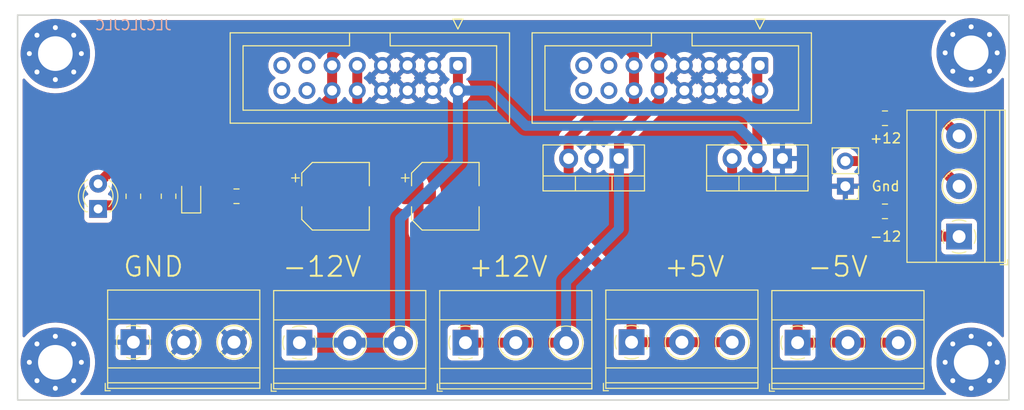
<source format=kicad_pcb>
(kicad_pcb (version 20211014) (generator pcbnew)
  (layers (0 "F.Cu" signal) (31 "B.Cu" signal) (34 "B.Paste" user) (35 "F.Paste" user) (36 "B.SilkS" user "B.Silkscreen") (37 "F.SilkS" user "F.Silkscreen") (38 "B.Mask" user) (39 "F.Mask" user) (44 "Edge.Cuts" user))
  (net 0 "")
  (net 1 "-12V")
  (net 2 "GND")
  (net 3 "+12V")
  (net 4 "+5V")
  (net 5 "Net-(D1-Pad1)")
  (net 6 "-5V")
  (net 7 "Net-(J1-Pad2)")
  (net 8 "Net-(D2-Pad1)")
  (footprint "MountingHole:MountingHole_3.5mm_Pad_Via" (layer "F.Cu") (at 56.896 65.864155)
    (fp_text reference "REF**" hide)
    (fp_text value "MountingHole_3.5mm_Pad_Via" hide)
    (pad "1" thru_hole circle locked (at 0 0) (size 7 7) (drill 3.5) (layers *.Cu *.Mask))
    (pad "1" thru_hole circle locked (at 1.856155 -1.856155) (size 0.8 0.8) (drill 0.5) (layers *.Cu *.Mask))
    (pad "1" thru_hole circle locked (at 1.856155 1.856155) (size 0.8 0.8) (drill 0.5) (layers *.Cu *.Mask))
    (pad "1" thru_hole circle locked (at 2.625 0) (size 0.8 0.8) (drill 0.5) (layers *.Cu *.Mask))
    (pad "1" thru_hole circle locked (at -1.856155 -1.856155) (size 0.8 0.8) (drill 0.5) (layers *.Cu *.Mask))
    (pad "1" thru_hole circle locked (at -1.856155 1.856155) (size 0.8 0.8) (drill 0.5) (layers *.Cu *.Mask))
    (pad "1" thru_hole circle locked (at -2.625 0) (size 0.8 0.8) (drill 0.5) (layers *.Cu *.Mask))
    (pad "1" thru_hole circle locked (at 0 2.625) (size 0.8 0.8) (drill 0.5) (layers *.Cu *.Mask))
    (pad "1" thru_hole circle locked (at 0 -2.625) (size 0.8 0.8) (drill 0.5) (layers *.Cu *.Mask))
  )
  (footprint "MountingHole:MountingHole_3.5mm_Pad_Via" (layer "F.Cu") (at 56.896 97.028)
    (fp_text reference "REF**" hide)
    (fp_text value "MountingHole_3.5mm_Pad_Via" hide)
    (pad "1" thru_hole circle locked (at 0 0) (size 7 7) (drill 3.5) (layers *.Cu *.Mask))
    (pad "1" thru_hole circle locked (at 1.856155 -1.856155) (size 0.8 0.8) (drill 0.5) (layers *.Cu *.Mask))
    (pad "1" thru_hole circle locked (at 1.856155 1.856155) (size 0.8 0.8) (drill 0.5) (layers *.Cu *.Mask))
    (pad "1" thru_hole circle locked (at 2.625 0) (size 0.8 0.8) (drill 0.5) (layers *.Cu *.Mask))
    (pad "1" thru_hole circle locked (at -1.856155 -1.856155) (size 0.8 0.8) (drill 0.5) (layers *.Cu *.Mask))
    (pad "1" thru_hole circle locked (at -1.856155 1.856155) (size 0.8 0.8) (drill 0.5) (layers *.Cu *.Mask))
    (pad "1" thru_hole circle locked (at -2.625 0) (size 0.8 0.8) (drill 0.5) (layers *.Cu *.Mask))
    (pad "1" thru_hole circle locked (at 0 2.625) (size 0.8 0.8) (drill 0.5) (layers *.Cu *.Mask))
    (pad "1" thru_hole circle locked (at 0 -2.625) (size 0.8 0.8) (drill 0.5) (layers *.Cu *.Mask))
  )
  (footprint "TerminalBlock_Phoenix:TerminalBlock_Phoenix_MKDS-1,5-3-5.08_1x03_P5.08mm_Horizontal" (layer "F.Cu") (at 131.831 95.047)
    (fp_text reference "J4" hide)
    (fp_text value "Screw_Terminal_01x04" hide)
    (fp_line (start 11.23 -1.275) (end 11.195 -1.239) (layer "F.SilkS") (width 0.12))
    (fp_line (start -2.84 4.16) (end -2.84 4.9) (layer "F.SilkS") (width 0.12))
    (fp_line (start -2.6 4.66) (end 12.76 4.66) (layer "F.SilkS") (width 0.12))
    (fp_line (start 8.933 1.023) (end 8.886 1.069) (layer "F.SilkS") (width 0.12))
    (fp_line (start -2.6 2.6) (end 12.76 2.6) (layer "F.SilkS") (width 0.12))
    (fp_line (start -2.6 -5.261) (end -2.6 4.66) (layer "F.SilkS") (width 0.12))
    (fp_line (start 6.15 -1.275) (end 6.115 -1.239) (layer "F.SilkS") (width 0.12))
    (fp_line (start 11.435 -1.069) (end 11.388 -1.023) (layer "F.SilkS") (width 0.12))
    (fp_line (start 9.126 1.239) (end 9.091 1.274) (layer "F.SilkS") (width 0.12))
    (fp_line (start 4.046 1.239) (end 4.011 1.274) (layer "F.SilkS") (width 0.12))
    (fp_line (start 3.853 1.023) (end 3.806 1.069) (layer "F.SilkS") (width 0.12))
    (fp_line (start -2.6 4.1) (end 12.76 4.1) (layer "F.SilkS") (width 0.12))
    (fp_line (start -2.84 4.9) (end -2.34 4.9) (layer "F.SilkS") (width 0.12))
    (fp_line (start -2.6 -2.301) (end 12.76 -2.301) (layer "F.SilkS") (width 0.12))
    (fp_line (start 6.355 -1.069) (end 6.308 -1.023) (layer "F.SilkS") (width 0.12))
    (fp_line (start 12.76 -5.261) (end 12.76 4.66) (layer "F.SilkS") (width 0.12))
    (fp_line (start -2.6 -5.261) (end 12.76 -5.261) (layer "F.SilkS") (width 0.12))
    (fp_arc (start 0.028805 1.680253) (mid -0.335551 1.646659) (end -0.684 1.535) (layer "F.SilkS") (width 0.12))
    (fp_arc (start -0.683042 -1.535427) (mid 0.000524 -1.680501) (end 0.684 -1.535) (layer "F.SilkS") (width 0.12))
    (fp_arc (start 0.683318 1.534756) (mid 0.349292 1.643288) (end 0 1.68) (layer "F.SilkS") (width 0.12))
    (fp_arc (start 1.535427 -0.683042) (mid 1.680501 0.000524) (end 1.535 0.684) (layer "F.SilkS") (width 0.12))
    (fp_arc (start -1.535427 0.683042) (mid -1.680501 -0.000524) (end -1.535 -0.684) (layer "F.SilkS") (width 0.12))
    (fp_circle (center 10.16 0) (end 11.84 0) (layer "F.SilkS") (width 0.12) (fill none))
    (fp_circle (center 5.08 0) (end 6.76 0) (layer "F.SilkS") (width 0.12) (fill none))
    (pad "1" thru_hole rect locked (at 0 0) (size 2.6 2.6) (drill 1.3) (layers *.Cu *.Mask) (net 6 "-5V"))
    (pad "2" thru_hole circle locked (at 5.08 0) (size 2.6 2.6) (drill 1.3) (layers *.Cu *.Mask) (net 6 "-5V"))
    (pad "3" thru_hole circle locked (at 10.16 0) (size 2.6 2.6) (drill 1.3) (layers *.Cu *.Mask) (net 6 "-5V"))
  )
  (footprint "Capacitor_SMD:C_0805_2012Metric" (layer "F.Cu") (at 75.184 80.264)
    (fp_text reference "C3" hide)
    (fp_text value "C" hide)
    (fp_line (start -0.261252 0.735) (end 0.261252 0.735) (layer "F.SilkS") (width 0.12))
    (fp_line (start -0.261252 -0.735) (end 0.261252 -0.735) (layer "F.SilkS") (width 0.12))
    (pad "1" smd roundrect locked (at -0.95 0) (size 1 1.45) (layers "F.Cu" "F.Paste" "F.Mask") (net 4 "+5V"))
    (pad "2" smd roundrect locked (at 0.95 0) (size 1 1.45) (layers "F.Cu" "F.Paste" "F.Mask") (net 2 "GND"))
  )
  (footprint "MountingHole:MountingHole_3.5mm_Pad_Via" (layer "F.Cu") (at 149.352 65.786)
    (fp_text reference "REF**" hide)
    (fp_text value "MountingHole_3.5mm_Pad_Via" hide)
    (pad "1" thru_hole circle locked (at 0 0) (size 7 7) (drill 3.5) (layers *.Cu *.Mask))
    (pad "1" thru_hole circle locked (at 1.856155 -1.856155) (size 0.8 0.8) (drill 0.5) (layers *.Cu *.Mask))
    (pad "1" thru_hole circle locked (at 1.856155 1.856155) (size 0.8 0.8) (drill 0.5) (layers *.Cu *.Mask))
    (pad "1" thru_hole circle locked (at 2.625 0) (size 0.8 0.8) (drill 0.5) (layers *.Cu *.Mask))
    (pad "1" thru_hole circle locked (at -1.856155 -1.856155) (size 0.8 0.8) (drill 0.5) (layers *.Cu *.Mask))
    (pad "1" thru_hole circle locked (at -1.856155 1.856155) (size 0.8 0.8) (drill 0.5) (layers *.Cu *.Mask))
    (pad "1" thru_hole circle locked (at -2.625 0) (size 0.8 0.8) (drill 0.5) (layers *.Cu *.Mask))
    (pad "1" thru_hole circle locked (at 0 2.625) (size 0.8 0.8) (drill 0.5) (layers *.Cu *.Mask))
    (pad "1" thru_hole circle locked (at 0 -2.625) (size 0.8 0.8) (drill 0.5) (layers *.Cu *.Mask))
  )
  (footprint "TerminalBlock_Phoenix:TerminalBlock_Phoenix_MKDS-1,5-3-5.08_1x03_P5.08mm_Horizontal" (layer "F.Cu") (at 98.298 95.047)
    (fp_text reference "J5" hide)
    (fp_text value "Screw_Terminal_01x04" hide)
    (fp_line (start 11.435 -1.069) (end 11.388 -1.023) (layer "F.SilkS") (width 0.12))
    (fp_line (start -2.6 4.66) (end 12.76 4.66) (layer "F.SilkS") (width 0.12))
    (fp_line (start 9.126 1.239) (end 9.091 1.274) (layer "F.SilkS") (width 0.12))
    (fp_line (start -2.84 4.16) (end -2.84 4.9) (layer "F.SilkS") (width 0.12))
    (fp_line (start -2.6 2.6) (end 12.76 2.6) (layer "F.SilkS") (width 0.12))
    (fp_line (start 12.76 -5.261) (end 12.76 4.66) (layer "F.SilkS") (width 0.12))
    (fp_line (start 4.046 1.239) (end 4.011 1.274) (layer "F.SilkS") (width 0.12))
    (fp_line (start -2.6 -5.261) (end 12.76 -5.261) (layer "F.SilkS") (width 0.12))
    (fp_line (start -2.84 4.9) (end -2.34 4.9) (layer "F.SilkS") (width 0.12))
    (fp_line (start 8.933 1.023) (end 8.886 1.069) (layer "F.SilkS") (width 0.12))
    (fp_line (start -2.6 -5.261) (end -2.6 4.66) (layer "F.SilkS") (width 0.12))
    (fp_line (start -2.6 -2.301) (end 12.76 -2.301) (layer "F.SilkS") (width 0.12))
    (fp_line (start 6.15 -1.275) (end 6.115 -1.239) (layer "F.SilkS") (width 0.12))
    (fp_line (start -2.6 4.1) (end 12.76 4.1) (layer "F.SilkS") (width 0.12))
    (fp_line (start 11.23 -1.275) (end 11.195 -1.239) (layer "F.SilkS") (width 0.12))
    (fp_line (start 3.853 1.023) (end 3.806 1.069) (layer "F.SilkS") (width 0.12))
    (fp_line (start 6.355 -1.069) (end 6.308 -1.023) (layer "F.SilkS") (width 0.12))
    (fp_arc (start -0.683042 -1.535427) (mid 0.000524 -1.680501) (end 0.684 -1.535) (layer "F.SilkS") (width 0.12))
    (fp_arc (start 0.683318 1.534756) (mid 0.349292 1.643288) (end 0 1.68) (layer "F.SilkS") (width 0.12))
    (fp_arc (start -1.535427 0.683042) (mid -1.680501 -0.000524) (end -1.535 -0.684) (layer "F.SilkS") (width 0.12))
    (fp_arc (start 0.028805 1.680253) (mid -0.335551 1.646659) (end -0.684 1.535) (layer "F.SilkS") (width 0.12))
    (fp_arc (start 1.535427 -0.683042) (mid 1.680501 0.000524) (end 1.535 0.684) (layer "F.SilkS") (width 0.12))
    (fp_circle (center 5.08 0) (end 6.76 0) (layer "F.SilkS") (width 0.12) (fill none))
    (fp_circle (center 10.16 0) (end 11.84 0) (layer "F.SilkS") (width 0.12) (fill none))
    (pad "1" thru_hole rect locked (at 0 0) (size 2.6 2.6) (drill 1.3) (layers *.Cu *.Mask) (net 3 "+12V"))
    (pad "2" thru_hole circle locked (at 5.08 0) (size 2.6 2.6) (drill 1.3) (layers *.Cu *.Mask) (net 3 "+12V"))
    (pad "3" thru_hole circle locked (at 10.16 0) (size 2.6 2.6) (drill 1.3) (layers *.Cu *.Mask) (net 3 "+12V"))
  )
  (footprint "TerminalBlock_Phoenix:TerminalBlock_Phoenix_MKDS-1,5-3-5.08_1x03_P5.08mm_Horizontal" (layer "F.Cu") (at 148.133 84.333 90)
    (fp_text reference "J1" hide)
    (fp_text value "Screw_Terminal_01x04" hide)
    (fp_line (start 6.355 -1.069) (end 6.308 -1.023) (layer "F.SilkS") (width 0.12))
    (fp_line (start 3.853 1.023) (end 3.806 1.069) (layer "F.SilkS") (width 0.12))
    (fp_line (start -2.6 -5.261) (end 12.76 -5.261) (layer "F.SilkS") (width 0.12))
    (fp_line (start -2.6 2.6) (end 12.76 2.6) (layer "F.SilkS") (width 0.12))
    (fp_line (start 4.046 1.239) (end 4.011 1.274) (layer "F.SilkS") (width 0.12))
    (fp_line (start -2.6 -5.261) (end -2.6 4.66) (layer "F.SilkS") (width 0.12))
    (fp_line (start -2.6 4.66) (end 12.76 4.66) (layer "F.SilkS") (width 0.12))
    (fp_line (start 12.76 -5.261) (end 12.76 4.66) (layer "F.SilkS") (width 0.12))
    (fp_line (start 6.15 -1.275) (end 6.115 -1.239) (layer "F.SilkS") (width 0.12))
    (fp_line (start 11.23 -1.275) (end 11.195 -1.239) (layer "F.SilkS") (width 0.12))
    (fp_line (start -2.84 4.16) (end -2.84 4.9) (layer "F.SilkS") (width 0.12))
    (fp_line (start 9.126 1.239) (end 9.091 1.274) (layer "F.SilkS") (width 0.12))
    (fp_line (start -2.84 4.9) (end -2.34 4.9) (layer "F.SilkS") (width 0.12))
    (fp_line (start -2.6 4.1) (end 12.76 4.1) (layer "F.SilkS") (width 0.12))
    (fp_line (start 8.933 1.023) (end 8.886 1.069) (layer "F.SilkS") (width 0.12))
    (fp_line (start 11.435 -1.069) (end 11.388 -1.023) (layer "F.SilkS") (width 0.12))
    (fp_line (start -2.6 -2.301) (end 12.76 -2.301) (layer "F.SilkS") (width 0.12))
    (fp_arc (start -0.683042 -1.535427) (mid 0.000524 -1.680501) (end 0.684 -1.535) (layer "F.SilkS") (width 0.12))
    (fp_arc (start 0.028805 1.680253) (mid -0.335551 1.646659) (end -0.684 1.535) (layer "F.SilkS") (width 0.12))
    (fp_arc (start 0.683318 1.534756) (mid 0.349292 1.643288) (end 0 1.68) (layer "F.SilkS") (width 0.12))
    (fp_arc (start -1.535427 0.683042) (mid -1.680501 -0.000524) (end -1.535 -0.684) (layer "F.SilkS") (width 0.12))
    (fp_arc (start 1.535427 -0.683042) (mid 1.680501 0.000524) (end 1.535 0.684) (layer "F.SilkS") (width 0.12))
    (fp_circle (center 5.08 0) (end 6.76 0) (layer "F.SilkS") (width 0.12) (fill none))
    (fp_circle (center 10.16 0) (end 11.84 0) (layer "F.SilkS") (width 0.12) (fill none))
    (pad "1" thru_hole rect locked (at 0 0 90) (size 2.6 2.6) (drill 1.3) (layers *.Cu *.Mask) (net 1 "-12V"))
    (pad "2" thru_hole circle locked (at 5.08 0 90) (size 2.6 2.6) (drill 1.3) (layers *.Cu *.Mask) (net 7 "Net-(J1-Pad2)"))
    (pad "3" thru_hole circle locked (at 10.16 0 90) (size 2.6 2.6) (drill 1.3) (layers *.Cu *.Mask) (net 3 "+12V"))
  )
  (footprint "Package_TO_SOT_THT:TO-220-3_Vertical" (layer "F.Cu") (at 130.302 76.454 180)
    (fp_text reference "U2" hide)
    (fp_text value "LM7905_TO220" hide)
    (fp_line (start 4.391 -3.27) (end 4.391 -1.76) (layer "F.SilkS") (width 0.12))
    (fp_line (start 0.69 -3.27) (end 0.69 -1.76) (layer "F.SilkS") (width 0.12))
    (fp_line (start -2.58 -3.27) (end 7.66 -3.27) (layer "F.SilkS") (width 0.12))
    (fp_line (start -2.58 1.371) (end 7.66 1.371) (layer "F.SilkS") (width 0.12))
    (fp_line (start 7.66 -3.27) (end 7.66 1.371) (layer "F.SilkS") (width 0.12))
    (fp_line (start -2.58 -3.27) (end -2.58 1.371) (layer "F.SilkS") (width 0.12))
    (fp_line (start -2.58 -1.76) (end 7.66 -1.76) (layer "F.SilkS") (width 0.12))
    (pad "1" thru_hole rect locked (at 0 0 180) (size 1.905 2) (drill 1.1) (layers *.Cu *.Mask) (net 2 "GND"))
    (pad "2" thru_hole oval locked (at 2.54 0 180) (size 1.905 2) (drill 1.1) (layers *.Cu *.Mask) (net 1 "-12V"))
    (pad "3" thru_hole oval locked (at 5.08 0 180) (size 1.905 2) (drill 1.1) (layers *.Cu *.Mask) (net 6 "-5V"))
  )
  (footprint "Resistor_SMD:R_0805_2012Metric" (layer "F.Cu") (at 68.326 80.264 90)
    (fp_text reference "R1" hide)
    (fp_text value "R_Small_US" hide)
    (fp_line (start -0.227064 -0.735) (end 0.227064 -0.735) (layer "F.SilkS") (width 0.12))
    (fp_line (start -0.227064 0.735) (end 0.227064 0.735) (layer "F.SilkS") (width 0.12))
    (pad "1" smd roundrect (at -0.9125 0 90) (size 1.025 1.4) (layers "F.Cu" "F.Paste" "F.Mask") (roundrect_rratio 0.243902439) (net 5 "Net-(D1-Pad1)"))
    (pad "2" smd roundrect (at 0.9125 0 90) (size 1.025 1.4) (layers "F.Cu" "F.Paste" "F.Mask") (roundrect_rratio 0.243902439) (net 2 "GND"))
  )
  (footprint "LED_SMD:LED_0805_2012Metric-Blue" (layer "F.Cu") (at 70.612 80.264 90)
    (fp_text reference "D1" hide)
    (fp_text value "LED" hide)
    (fp_line (start -1.685 0.96) (end 1 0.96) (layer "F.SilkS") (width 0.12))
    (fp_line (start -1.685 -0.96) (end -1.685 0.96) (layer "F.SilkS") (width 0.12))
    (fp_line (start 1 -0.96) (end -1.685 -0.96) (layer "F.SilkS") (width 0.12))
    (pad "1" smd roundrect (at -0.9375 0 90) (size 0.975 1.4) (layers "F.Cu" "F.Paste" "F.Mask") (net 5 "Net-(D1-Pad1)"))
    (pad "2" smd roundrect (at 0.9375 0 90) (size 0.975 1.4) (layers "F.Cu" "F.Paste" "F.Mask") (net 4 "+5V"))
  )
  (footprint "Package_TO_SOT_THT:TO-220-3_Vertical" (layer "F.Cu") (at 113.792 76.454 180)
    (fp_text reference "U1" hide)
    (fp_text value "LM7805_TO220" hide)
    (fp_line (start -2.58 -1.76) (end 7.66 -1.76) (layer "F.SilkS") (width 0.12))
    (fp_line (start 7.66 -3.27) (end 7.66 1.371) (layer "F.SilkS") (width 0.12))
    (fp_line (start -2.58 1.371) (end 7.66 1.371) (layer "F.SilkS") (width 0.12))
    (fp_line (start -2.58 -3.27) (end 7.66 -3.27) (layer "F.SilkS") (width 0.12))
    (fp_line (start 0.69 -3.27) (end 0.69 -1.76) (layer "F.SilkS") (width 0.12))
    (fp_line (start 4.391 -3.27) (end 4.391 -1.76) (layer "F.SilkS") (width 0.12))
    (fp_line (start -2.58 -3.27) (end -2.58 1.371) (layer "F.SilkS") (width 0.12))
    (pad "1" thru_hole rect locked (at 0 0 180) (size 1.905 2) (drill 1.1) (layers *.Cu *.Mask) (net 3 "+12V"))
    (pad "2" thru_hole oval locked (at 2.54 0 180) (size 1.905 2) (drill 1.1) (layers *.Cu *.Mask) (net 2 "GND"))
    (pad "3" thru_hole oval locked (at 5.08 0 180) (size 1.905 2) (drill 1.1) (layers *.Cu *.Mask) (net 4 "+5V"))
  )
  (footprint "TerminalBlock_Phoenix:TerminalBlock_Phoenix_MKDS-1,5-3-5.08_1x03_P5.08mm_Horizontal" (layer "F.Cu") (at 115.067 94.996)
    (fp_text reference "J3" hide)
    (fp_text value "Screw_Terminal_01x04" hide)
    (fp_line (start 12.76 -5.261) (end 12.76 4.66) (layer "F.SilkS") (width 0.12))
    (fp_line (start -2.6 -5.261) (end 12.76 -5.261) (layer "F.SilkS") (width 0.12))
    (fp_line (start 11.435 -1.069) (end 11.388 -1.023) (layer "F.SilkS") (width 0.12))
    (fp_line (start 6.355 -1.069) (end 6.308 -1.023) (layer "F.SilkS") (width 0.12))
    (fp_line (start 8.933 1.023) (end 8.886 1.069) (layer "F.SilkS") (width 0.12))
    (fp_line (start -2.6 4.66) (end 12.76 4.66) (layer "F.SilkS") (width 0.12))
    (fp_line (start -2.6 -5.261) (end -2.6 4.66) (layer "F.SilkS") (width 0.12))
    (fp_line (start 9.126 1.239) (end 9.091 1.274) (layer "F.SilkS") (width 0.12))
    (fp_line (start 11.23 -1.275) (end 11.195 -1.239) (layer "F.SilkS") (width 0.12))
    (fp_line (start -2.84 4.16) (end -2.84 4.9) (layer "F.SilkS") (width 0.12))
    (fp_line (start -2.6 2.6) (end 12.76 2.6) (layer "F.SilkS") (width 0.12))
    (fp_line (start 3.853 1.023) (end 3.806 1.069) (layer "F.SilkS") (width 0.12))
    (fp_line (start -2.6 -2.301) (end 12.76 -2.301) (layer "F.SilkS") (width 0.12))
    (fp_line (start -2.84 4.9) (end -2.34 4.9) (layer "F.SilkS") (width 0.12))
    (fp_line (start -2.6 4.1) (end 12.76 4.1) (layer "F.SilkS") (width 0.12))
    (fp_line (start 4.046 1.239) (end 4.011 1.274) (layer "F.SilkS") (width 0.12))
    (fp_line (start 6.15 -1.275) (end 6.115 -1.239) (layer "F.SilkS") (width 0.12))
    (fp_arc (start 0.683318 1.534756) (mid 0.349292 1.643288) (end 0 1.68) (layer "F.SilkS") (width 0.12))
    (fp_arc (start -0.683042 -1.535427) (mid 0.000524 -1.680501) (end 0.684 -1.535) (layer "F.SilkS") (width 0.12))
    (fp_arc (start -1.535427 0.683042) (mid -1.680501 -0.000524) (end -1.535 -0.684) (layer "F.SilkS") (width 0.12))
    (fp_arc (start 1.535427 -0.683042) (mid 1.680501 0.000524) (end 1.535 0.684) (layer "F.SilkS") (width 0.12))
    (fp_arc (start 0.028805 1.680253) (mid -0.335551 1.646659) (end -0.684 1.535) (layer "F.SilkS") (width 0.12))
    (fp_circle (center 10.16 0) (end 11.84 0) (layer "F.SilkS") (width 0.12) (fill none))
    (fp_circle (center 5.08 0) (end 6.76 0) (layer "F.SilkS") (width 0.12) (fill none))
    (pad "1" thru_hole rect locked (at 0 0) (size 2.6 2.6) (drill 1.3) (layers *.Cu *.Mask) (net 4 "+5V"))
    (pad "2" thru_hole circle locked (at 5.08 0) (size 2.6 2.6) (drill 1.3) (layers *.Cu *.Mask) (net 4 "+5V"))
    (pad "3" thru_hole circle locked (at 10.16 0) (size 2.6 2.6) (drill 1.3) (layers *.Cu *.Mask) (net 4 "+5V"))
  )
  (footprint "Resistor_SMD:R_0805_2012Metric" (layer "F.Cu") (at 64.77 80.269 90)
    (fp_text reference "R2" hide)
    (fp_text value "R_Small_US" hide)
    (fp_line (start -0.227064 0.735) (end 0.227064 0.735) (layer "F.SilkS") (width 0.12))
    (fp_line (start -0.227064 -0.735) (end 0.227064 -0.735) (layer "F.SilkS") (width 0.12))
    (pad "1" smd roundrect (at -0.9125 0 90) (size 1.025 1.4) (layers "F.Cu" "F.Paste" "F.Mask") (roundrect_rratio 0.243902439) (net 8 "Net-(D2-Pad1)"))
    (pad "2" smd roundrect (at 0.9125 0 90) (size 1.025 1.4) (layers "F.Cu" "F.Paste" "F.Mask") (roundrect_rratio 0.243902439) (net 2 "GND"))
  )
  (footprint "TerminalBlock_Phoenix:TerminalBlock_Phoenix_MKDS-1,5-3-5.08_1x03_P5.08mm_Horizontal" (layer "F.Cu") (at 64.775 94.996)
    (fp_text reference "J7" hide)
    (fp_text value "Screw_Terminal_01x04" hide)
    (fp_line (start 11.435 -1.069) (end 11.388 -1.023) (layer "F.SilkS") (width 0.12))
    (fp_line (start -2.6 2.6) (end 12.76 2.6) (layer "F.SilkS") (width 0.12))
    (fp_line (start 4.046 1.239) (end 4.011 1.274) (layer "F.SilkS") (width 0.12))
    (fp_line (start 9.126 1.239) (end 9.091 1.274) (layer "F.SilkS") (width 0.12))
    (fp_line (start -2.6 4.1) (end 12.76 4.1) (layer "F.SilkS") (width 0.12))
    (fp_line (start -2.6 4.66) (end 12.76 4.66) (layer "F.SilkS") (width 0.12))
    (fp_line (start 12.76 -5.261) (end 12.76 4.66) (layer "F.SilkS") (width 0.12))
    (fp_line (start 3.853 1.023) (end 3.806 1.069) (layer "F.SilkS") (width 0.12))
    (fp_line (start -2.84 4.16) (end -2.84 4.9) (layer "F.SilkS") (width 0.12))
    (fp_line (start -2.6 -5.261) (end 12.76 -5.261) (layer "F.SilkS") (width 0.12))
    (fp_line (start 8.933 1.023) (end 8.886 1.069) (layer "F.SilkS") (width 0.12))
    (fp_line (start -2.6 -5.261) (end -2.6 4.66) (layer "F.SilkS") (width 0.12))
    (fp_line (start 6.355 -1.069) (end 6.308 -1.023) (layer "F.SilkS") (width 0.12))
    (fp_line (start 11.23 -1.275) (end 11.195 -1.239) (layer "F.SilkS") (width 0.12))
    (fp_line (start -2.84 4.9) (end -2.34 4.9) (layer "F.SilkS") (width 0.12))
    (fp_line (start -2.6 -2.301) (end 12.76 -2.301) (layer "F.SilkS") (width 0.12))
    (fp_line (start 6.15 -1.275) (end 6.115 -1.239) (layer "F.SilkS") (width 0.12))
    (fp_arc (start 0.683318 1.534756) (mid 0.349292 1.643288) (end 0 1.68) (layer "F.SilkS") (width 0.12))
    (fp_arc (start -0.683042 -1.535427) (mid 0.000524 -1.680501) (end 0.684 -1.535) (layer "F.SilkS") (width 0.12))
    (fp_arc (start 0.028805 1.680253) (mid -0.335551 1.646659) (end -0.684 1.535) (layer "F.SilkS") (width 0.12))
    (fp_arc (start -1.535427 0.683042) (mid -1.680501 -0.000524) (end -1.535 -0.684) (layer "F.SilkS") (width 0.12))
    (fp_arc (start 1.535427 -0.683042) (mid 1.680501 0.000524) (end 1.535 0.684) (layer "F.SilkS") (width 0.12))
    (fp_circle (center 5.08 0) (end 6.76 0) (layer "F.SilkS") (width 0.12) (fill none))
    (fp_circle (center 10.16 0) (end 11.84 0) (layer "F.SilkS") (width 0.12) (fill none))
    (pad "1" thru_hole rect locked (at 0 0) (size 2.6 2.6) (drill 1.3) (layers *.Cu *.Mask) (net 2 "GND"))
    (pad "2" thru_hole circle locked (at 5.08 0) (size 2.6 2.6) (drill 1.3) (layers *.Cu *.Mask) (net 2 "GND"))
    (pad "3" thru_hole circle locked (at 10.16 0) (size 2.6 2.6) (drill 1.3) (layers *.Cu *.Mask) (net 2 "GND"))
  )
  (footprint "Capacitor_SMD:CP_Elec_6.3x7.7" (layer "F.Cu") (at 96.266 80.264)
    (fp_text reference "C4" hide)
    (fp_text value "C_Polarized_Small_US" hide)
    (fp_line (start 3.41 -3.41) (end 3.41 -1.06) (layer "F.SilkS") (width 0.12))
    (fp_line (start -4.04375 -2.24125) (end -4.04375 -1.45375) (layer "F.SilkS") (width 0.12))
    (fp_line (start -3.41 -2.345563) (end -2.345563 -3.41) (layer "F.SilkS") (width 0.12))
    (fp_line (start 3.41 3.41) (end 3.41 1.06) (layer "F.SilkS") (width 0.12))
    (fp_line (start -2.345563 -3.41) (end 3.41 -3.41) (layer "F.SilkS") (width 0.12))
    (fp_line (start -2.345563 3.41) (end 3.41 3.41) (layer "F.SilkS") (width 0.12))
    (fp_line (start -3.41 2.345563) (end -2.345563 3.41) (layer "F.SilkS") (width 0.12))
    (fp_line (start -3.41 2.345563) (end -3.41 1.06) (layer "F.SilkS") (width 0.12))
    (fp_line (start -3.41 -2.345563) (end -3.41 -1.06) (layer "F.SilkS") (width 0.12))
    (fp_line (start -4.4375 -1.8475) (end -3.65 -1.8475) (layer "F.SilkS") (width 0.12))
    (pad "1" smd roundrect locked (at -2.7 0) (size 3.5 1.6) (layers "F.Cu" "F.Paste" "F.Mask") (roundrect_rratio 0.15625) (net 3 "+12V"))
    (pad "2" smd roundrect locked (at 2.7 0) (size 3.5 1.6) (layers "F.Cu" "F.Paste" "F.Mask") (roundrect_rratio 0.15625) (net 2 "GND"))
  )
  (footprint "LED_THT:LED_D3.0mm" (layer "F.Cu") (at 61.214 81.539 90)
    (fp_text reference "D2" hide)
    (fp_text value "LED" hide)
    (fp_line (start -0.29 1.08) (end -0.29 1.236) (layer "F.SilkS") (width 0.12))
    (fp_line (start -0.29 -1.236) (end -0.29 -1.08) (layer "F.SilkS") (width 0.12))
    (fp_arc (start -0.29 -1.235516) (mid 1.366487 -1.987659) (end 2.942335 -1.078608) (layer "F.SilkS") (width 0.12))
    (fp_arc (start 0.229039 -1.08) (mid 1.270117 -1.5) (end 2.31113 -1.079837) (layer "F.SilkS") (width 0.12))
    (fp_arc (start 2.31113 1.079837) (mid 1.270117 1.5) (end 0.229039 1.08) (layer "F.SilkS") (width 0.12))
    (fp_arc (start 2.942335 1.078608) (mid 1.366487 1.987659) (end -0.29 1.235516) (layer "F.SilkS") (width 0.12))
    (pad "1" thru_hole rect locked (at 0 0 90) (size 1.8 1.8) (drill 0.9) (layers *.Cu *.Mask) (net 8 "Net-(D2-Pad1)"))
    (pad "2" thru_hole circle locked (at 2.54 0 90) (size 1.8 1.8) (drill 0.9) (layers *.Cu *.Mask) (net 4 "+5V"))
  )
  (footprint "Connector_PinHeader_2.54mm:PinHeader_1x02_P2.54mm_Vertical" (layer "F.Cu") (at 136.652 79.253 180)
    (fp_text reference "SW1" hide)
    (fp_text value "SW_SPST" hide)
    (fp_line (start -1.33 1.27) (end -1.33 3.87) (layer "F.SilkS") (width 0.12))
    (fp_line (start 1.33 1.27) (end 1.33 3.87) (layer "F.SilkS") (width 0.12))
    (fp_line (start -1.33 0) (end -1.33 -1.33) (layer "F.SilkS") (width 0.12))
    (fp_line (start -1.33 1.27) (end 1.33 1.27) (layer "F.SilkS") (width 0.12))
    (fp_line (start -1.33 3.87) (end 1.33 3.87) (layer "F.SilkS") (width 0.12))
    (fp_line (start -1.33 -1.33) (end 0 -1.33) (layer "F.SilkS") (width 0.12))
    (pad "1" thru_hole rect locked (at 0 0 180) (size 1.7 1.7) (drill 1) (layers *.Cu *.Mask) (net 2 "GND"))
    (pad "2" thru_hole oval locked (at 0 2.54 180) (size 1.7 1.7) (drill 1) (layers *.Cu *.Mask) (net 7 "Net-(J1-Pad2)"))
  )
  (footprint "Connector_IDC:IDC-Header_2x08_P2.54mm_Vertical" (layer "F.Cu") (at 97.536 67.056 -90)
    (fp_text reference "J8" hide)
    (fp_text value "Conn_02x20_Odd_Even" hide)
    (fp_line (start 4.52 -3.91) (end 4.52 21.69) (layer "F.SilkS") (width 0.12))
    (fp_line (start -1.98 -3.91) (end 4.52 -3.91) (layer "F.SilkS") (width 0.12))
    (fp_line (start -1.98 10.94) (end -1.98 10.94) (layer "F.SilkS") (width 0.12))
    (fp_line (start -1.98 10.94) (end -3.29 10.94) (layer "F.SilkS") (width 0.12))
    (fp_line (start -1.98 21.69) (end -1.98 10.94) (layer "F.SilkS") (width 0.12))
    (fp_line (start -3.29 22.99) (end -3.29 -5.21) (layer "F.SilkS") (width 0.12))
    (fp_line (start -3.29 6.84) (end -1.98 6.84) (layer "F.SilkS") (width 0.12))
    (fp_line (start -4.68 0.5) (end -3.68 0) (layer "F.SilkS") (width 0.12))
    (fp_line (start -3.29 -5.21) (end 5.83 -5.21) (layer "F.SilkS") (width 0.12))
    (fp_line (start -4.68 -0.5) (end -4.68 0.5) (layer "F.SilkS") (width 0.12))
    (fp_line (start 5.83 -5.21) (end 5.83 22.99) (layer "F.SilkS") (width 0.12))
    (fp_line (start 4.52 21.69) (end -1.98 21.69) (layer "F.SilkS") (width 0.12))
    (fp_line (start -3.68 0) (end -4.68 -0.5) (layer "F.SilkS") (width 0.12))
    (fp_line (start 5.83 22.99) (end -3.29 22.99) (layer "F.SilkS") (width 0.12))
    (fp_line (start -1.98 6.84) (end -1.98 -3.91) (layer "F.SilkS") (width 0.12))
    (pad "1" thru_hole roundrect locked (at 0 0 270) (size 1.7 1.7) (drill 1) (layers *.Cu *.Mask) (roundrect_rratio 0.1470588235) (net 1 "-12V"))
    (pad "2" thru_hole circle locked (at 2.54 0 270) (size 1.7 1.7) (drill 1) (layers *.Cu *.Mask) (net 1 "-12V"))
    (pad "3" thru_hole circle locked (at 0 2.54 270) (size 1.7 1.7) (drill 1) (layers *.Cu *.Mask) (net 2 "GND"))
    (pad "4" thru_hole circle locked (at 2.54 2.54 270) (size 1.7 1.7) (drill 1) (layers *.Cu *.Mask) (net 2 "GND"))
    (pad "5" thru_hole circle locked (at 0 5.08 270) (size 1.7 1.7) (drill 1) (layers *.Cu *.Mask) (net 2 "GND"))
    (pad "6" thru_hole circle locked (at 2.54 5.08 270) (size 1.7 1.7) (drill 1) (layers *.Cu *.Mask) (net 2 "GND"))
    (pad "7" thru_hole circle locked (at 0 7.62 270) (size 1.7 1.7) (drill 1) (layers *.Cu *.Mask) (net 2 "GND"))
    (pad "8" thru_hole circle locked (at 2.54 7.62 270) (size 1.7 1.7) (drill 1) (layers *.Cu *.Mask) (net 2 "GND"))
    (pad "9" thru_hole circle locked (at 0 10.16 270) (size 1.7 1.7) (drill 1) (layers *.Cu *.Mask) (net 3 "+12V"))
    (pad "10" thru_hole circle locked (at 2.54 10.16 270) (size 1.7 1.7) (drill 1) (layers *.Cu *.Mask) (net 3 "+12V"))
    (pad "11" thru_hole circle locked (at 0 12.7 270) (size 1.7 1.7) (drill 1) (layers *.Cu *.Mask) (net 4 "+5V"))
    (pad "12" thru_hole circle locked (at 2.54 12.7 270) (size 1.7 1.7) (drill 1) (layers *.Cu *.Mask) (net 4 "+5V"))
    (pad "13" thru_hole circle locked (at 0 15.24 270) (size 1.7 1.7) (drill 1) (layers *.Cu *.Mask))
    (pad "14" thru_hole circle locked (at 2.54 15.24 270) (size 1.7 1.7) (drill 1) (layers *.Cu *.Mask))
    (pad "15" thru_hole circle locked (at 0 17.78 270) (size 1.7 1.7) (drill 1) (layers *.Cu *.Mask))
    (pad "16" thru_hole circle locked (at 2.54 17.78 270) (size 1.7 1.7) (drill 1) (layers *.Cu *.Mask))
  )
  (footprint "Capacitor_SMD:C_0805_2012Metric" (layer "F.Cu") (at 140.65 72.39 180)
    (fp_text reference "C2" hide)
    (fp_text value "C" hide)
    (fp_line (start -0.261252 0.735) (end 0.261252 0.735) (layer "F.SilkS") (width 0.12))
    (fp_line (start -0.261252 -0.735) (end 0.261252 -0.735) (layer "F.SilkS") (width 0.12))
    (pad "1" smd roundrect locked (at -0.95 0 180) (size 1 1.45) (layers "F.Cu" "F.Paste" "F.Mask") (net 3 "+12V"))
    (pad "2" smd roundrect locked (at 0.95 0 180) (size 1 1.45) (layers "F.Cu" "F.Paste" "F.Mask") (net 2 "GND"))
  )
  (footprint "Connector_IDC:IDC-Header_2x08_P2.54mm_Vertical" (layer "F.Cu") (at 128.016 67.056 -90)
    (fp_text reference "J2" hide)
    (fp_text value "Conn_02x20_Odd_Even" hide)
    (fp_line (start -1.98 10.94) (end -1.98 10.94) (layer "F.SilkS") (width 0.12))
    (fp_line (start -3.29 22.99) (end -3.29 -5.21) (layer "F.SilkS") (width 0.12))
    (fp_line (start -1.98 6.84) (end -1.98 -3.91) (layer "F.SilkS") (width 0.12))
    (fp_line (start -1.98 -3.91) (end 4.52 -3.91) (layer "F.SilkS") (width 0.12))
    (fp_line (start -3.29 6.84) (end -1.98 6.84) (layer "F.SilkS") (width 0.12))
    (fp_line (start -1.98 21.69) (end -1.98 10.94) (layer "F.SilkS") (width 0.12))
    (fp_line (start 5.83 -5.21) (end 5.83 22.99) (layer "F.SilkS") (width 0.12))
    (fp_line (start -3.68 0) (end -4.68 -0.5) (layer "F.SilkS") (width 0.12))
    (fp_line (start -1.98 10.94) (end -3.29 10.94) (layer "F.SilkS") (width 0.12))
    (fp_line (start 4.52 21.69) (end -1.98 21.69) (layer "F.SilkS") (width 0.12))
    (fp_line (start -3.29 -5.21) (end 5.83 -5.21) (layer "F.SilkS") (width 0.12))
    (fp_line (start -4.68 0.5) (end -3.68 0) (layer "F.SilkS") (width 0.12))
    (fp_line (start 4.52 -3.91) (end 4.52 21.69) (layer "F.SilkS") (width 0.12))
    (fp_line (start -4.68 -0.5) (end -4.68 0.5) (layer "F.SilkS") (width 0.12))
    (fp_line (start 5.83 22.99) (end -3.29 22.99) (layer "F.SilkS") (width 0.12))
    (pad "1" thru_hole roundrect locked (at 0 0 270) (size 1.7 1.7) (drill 1) (layers *.Cu *.Mask) (roundrect_rratio 0.1470588235) (net 1 "-12V"))
    (pad "2" thru_hole circle locked (at 2.54 0 270) (size 1.7 1.7) (drill 1) (layers *.Cu *.Mask) (net 1 "-12V"))
    (pad "3" thru_hole circle locked (at 0 2.54 270) (size 1.7 1.7) (drill 1) (layers *.Cu *.Mask) (net 2 "GND"))
    (pad "4" thru_hole circle locked (at 2.54 2.54 270) (size 1.7 1.7) (drill 1) (layers *.Cu *.Mask) (net 2 "GND"))
    (pad "5" thru_hole circle locked (at 0 5.08 270) (size 1.7 1.7) (drill 1) (layers *.Cu *.Mask) (net 2 "GND"))
    (pad "6" thru_hole circle locked (at 2.54 5.08 270) (size 1.7 1.7) (drill 1) (layers *.Cu *.Mask) (net 2 "GND"))
    (pad "7" thru_hole circle locked (at 0 7.62 270) (size 1.7 1.7) (drill 1) (layers *.Cu *.Mask) (net 2 "GND"))
    (pad "8" thru_hole circle locked (at 2.54 7.62 270) (size 1.7 1.7) (drill 1) (layers *.Cu *.Mask) (net 2 "GND"))
    (pad "9" thru_hole circle locked (at 0 10.16 270) (size 1.7 1.7) (drill 1) (layers *.Cu *.Mask) (net 3 "+12V"))
    (pad "10" thru_hole circle locked (at 2.54 10.16 270) (size 1.7 1.7) (drill 1) (layers *.Cu *.Mask) (net 3 "+12V"))
    (pad "11" thru_hole circle locked (at 0 12.7 270) (size 1.7 1.7) (drill 1) (layers *.Cu *.Mask) (net 4 "+5V"))
    (pad "12" thru_hole circle locked (at 2.54 12.7 270) (size 1.7 1.7) (drill 1) (layers *.Cu *.Mask) (net 4 "+5V"))
    (pad "13" thru_hole circle locked (at 0 15.24 270) (size 1.7 1.7) (drill 1) (layers *.Cu *.Mask))
    (pad "14" thru_hole circle locked (at 2.54 15.24 270) (size 1.7 1.7) (drill 1) (layers *.Cu *.Mask))
    (pad "15" thru_hole circle locked (at 0 17.78 270) (size 1.7 1.7) (drill 1) (layers *.Cu *.Mask))
    (pad "16" thru_hole circle locked (at 2.54 17.78 270) (size 1.7 1.7) (drill 1) (layers *.Cu *.Mask))
  )
  (footprint "MountingHole:MountingHole_3.5mm_Pad_Via" (layer "F.Cu") (at 149.352 97.028)
    (fp_text reference "REF**" hide)
    (fp_text value "MountingHole_3.5mm_Pad_Via" hide)
    (pad "1" thru_hole circle locked (at 0 0) (size 7 7) (drill 3.5) (layers *.Cu *.Mask))
    (pad "1" thru_hole circle locked (at 1.856155 -1.856155) (size 0.8 0.8) (drill 0.5) (layers *.Cu *.Mask))
    (pad "1" thru_hole circle locked (at 1.856155 1.856155) (size 0.8 0.8) (drill 0.5) (layers *.Cu *.Mask))
    (pad "1" thru_hole circle locked (at 2.625 0) (size 0.8 0.8) (drill 0.5) (layers *.Cu *.Mask))
    (pad "1" thru_hole circle locked (at -1.856155 -1.856155) (size 0.8 0.8) (drill 0.5) (layers *.Cu *.Mask))
    (pad "1" thru_hole circle locked (at -1.856155 1.856155) (size 0.8 0.8) (drill 0.5) (layers *.Cu *.Mask))
    (pad "1" thru_hole circle locked (at -2.625 0) (size 0.8 0.8) (drill 0.5) (layers *.Cu *.Mask))
    (pad "1" thru_hole circle locked (at 0 2.625) (size 0.8 0.8) (drill 0.5) (layers *.Cu *.Mask))
    (pad "1" thru_hole circle locked (at 0 -2.625) (size 0.8 0.8) (drill 0.5) (layers *.Cu *.Mask))
  )
  (footprint "Capacitor_SMD:C_0805_2012Metric" (layer "F.Cu") (at 140.65 81.788 180)
    (fp_text reference "C1" hide)
    (fp_text value "C" hide)
    (fp_line (start -0.261252 0.735) (end 0.261252 0.735) (layer "F.SilkS") (width 0.12))
    (fp_line (start -0.261252 -0.735) (end 0.261252 -0.735) (layer "F.SilkS") (width 0.12))
    (pad "1" smd roundrect locked (at -0.95 0 180) (size 1 1.45) (layers "F.Cu" "F.Paste" "F.Mask") (net 1 "-12V"))
    (pad "2" smd roundrect locked (at 0.95 0 180) (size 1 1.45) (layers "F.Cu" "F.Paste" "F.Mask") (net 2 "GND"))
  )
  (footprint "Capacitor_SMD:CP_Elec_6.3x7.7" (layer "F.Cu") (at 85.184 80.264)
    (fp_text reference "C5" hide)
    (fp_text value "C_Polarized_Small_US" hide)
    (fp_line (start -3.41 -2.345563) (end -2.345563 -3.41) (layer "F.SilkS") (width 0.12))
    (fp_line (start -3.41 2.345563) (end -2.345563 3.41) (layer "F.SilkS") (width 0.12))
    (fp_line (start 3.41 3.41) (end 3.41 1.06) (layer "F.SilkS") (width 0.12))
    (fp_line (start -4.4375 -1.8475) (end -3.65 -1.8475) (layer "F.SilkS") (width 0.12))
    (fp_line (start -4.04375 -2.24125) (end -4.04375 -1.45375) (layer "F.SilkS") (width 0.12))
    (fp_line (start 3.41 -3.41) (end 3.41 -1.06) (layer "F.SilkS") (width 0.12))
    (fp_line (start -2.345563 -3.41) (end 3.41 -3.41) (layer "F.SilkS") (width 0.12))
    (fp_line (start -3.41 -2.345563) (end -3.41 -1.06) (layer "F.SilkS") (width 0.12))
    (fp_line (start -2.345563 3.41) (end 3.41 3.41) (layer "F.SilkS") (width 0.12))
    (fp_line (start -3.41 2.345563) (end -3.41 1.06) (layer "F.SilkS") (width 0.12))
    (pad "1" smd roundrect locked (at -2.7 0) (size 3.5 1.6) (layers "F.Cu" "F.Paste" "F.Mask") (roundrect_rratio 0.15625) (net 4 "+5V"))
    (pad "2" smd roundrect locked (at 2.7 0) (size 3.5 1.6) (layers "F.Cu" "F.Paste" "F.Mask") (roundrect_rratio 0.15625) (net 2 "GND"))
  )
  (footprint "TerminalBlock_Phoenix:TerminalBlock_Phoenix_MKDS-1,5-3-5.08_1x03_P5.08mm_Horizontal" (layer "F.Cu") (at 81.534 95.047)
    (fp_text reference "J6" hide)
    (fp_text value "Screw_Terminal_01x04" hide)
    (fp_line (start 6.355 -1.069) (end 6.308 -1.023) (layer "F.SilkS") (width 0.12))
    (fp_line (start 4.046 1.239) (end 4.011 1.274) (layer "F.SilkS") (width 0.12))
    (fp_line (start -2.84 4.16) (end -2.84 4.9) (layer "F.SilkS") (width 0.12))
    (fp_line (start -2.6 2.6) (end 12.76 2.6) (layer "F.SilkS") (width 0.12))
    (fp_line (start -2.6 4.66) (end 12.76 4.66) (layer "F.SilkS") (width 0.12))
    (fp_line (start -2.6 -5.261) (end 12.76 -5.261) (layer "F.SilkS") (width 0.12))
    (fp_line (start 8.933 1.023) (end 8.886 1.069) (layer "F.SilkS") (width 0.12))
    (fp_line (start -2.6 -5.261) (end -2.6 4.66) (layer "F.SilkS") (width 0.12))
    (fp_line (start 11.435 -1.069) (end 11.388 -1.023) (layer "F.SilkS") (width 0.12))
    (fp_line (start 12.76 -5.261) (end 12.76 4.66) (layer "F.SilkS") (width 0.12))
    (fp_line (start 6.15 -1.275) (end 6.115 -1.239) (layer "F.SilkS") (width 0.12))
    (fp_line (start -2.84 4.9) (end -2.34 4.9) (layer "F.SilkS") (width 0.12))
    (fp_line (start 9.126 1.239) (end 9.091 1.274) (layer "F.SilkS") (width 0.12))
    (fp_line (start 3.853 1.023) (end 3.806 1.069) (layer "F.SilkS") (width 0.12))
    (fp_line (start -2.6 4.1) (end 12.76 4.1) (layer "F.SilkS") (width 0.12))
    (fp_line (start -2.6 -2.301) (end 12.76 -2.301) (layer "F.SilkS") (width 0.12))
    (fp_line (start 11.23 -1.275) (end 11.195 -1.239) (layer "F.SilkS") (width 0.12))
    (fp_arc (start -1.535427 0.683042) (mid -1.680501 -0.000524) (end -1.535 -0.684) (layer "F.SilkS") (width 0.12))
    (fp_arc (start 0.028805 1.680253) (mid -0.335551 1.646659) (end -0.684 1.535) (layer "F.SilkS") (width 0.12))
    (fp_arc (start -0.683042 -1.535427) (mid 0.000524 -1.680501) (end 0.684 -1.535) (layer "F.SilkS") (width 0.12))
    (fp_arc (start 0.683318 1.534756) (mid 0.349292 1.643288) (end 0 1.68) (layer "F.SilkS") (width 0.12))
    (fp_arc (start 1.535427 -0.683042) (mid 1.680501 0.000524) (end 1.535 0.684) (layer "F.SilkS") (width 0.12))
    (fp_circle (center 5.08 0) (end 6.76 0) (layer "F.SilkS") (width 0.12) (fill none))
    (fp_circle (center 10.16 0) (end 11.84 0) (layer "F.SilkS") (width 0.12) (fill none))
    (pad "1" thru_hole rect locked (at 0 0) (size 2.6 2.6) (drill 1.3) (layers *.Cu *.Mask) (net 1 "-12V"))
    (pad "2" thru_hole circle locked (at 5.08 0) (size 2.6 2.6) (drill 1.3) (layers *.Cu *.Mask) (net 1 "-12V"))
    (pad "3" thru_hole circle locked (at 10.16 0) (size 2.6 2.6) (drill 1.3) (layers *.Cu *.Mask) (net 1 "-12V"))
  )
  (gr_rect (start 53.086 61.976) (end 153.162 100.838) (layer "Edge.Cuts") (width 0.15) (fill none))
  (gr_text "JLCJLCJLC" (at 64.77 62.992) (layer "B.SilkS") (effects (font (size 1 1)) (justify mirror)))
  (gr_text "+12V" (at 102.616 87.376) (layer "F.SilkS") (effects (font (size 2 2) (thickness 0.2))))
  (gr_text "GND" (at 66.802 87.376) (layer "F.SilkS") (effects (font (size 2 2) (thickness 0.2))))
  (gr_text "Gnd" (at 140.716 79.248) (layer "F.SilkS") (effects (font (size 1 1))))
  (gr_text "-12" (at 140.716 84.328) (layer "F.SilkS") (effects (font (size 1 1))))
  (gr_text "+5V" (at 121.412 87.376) (layer "F.SilkS") (effects (font (size 2 2) (thickness 0.2))))
  (gr_text "-5V" (at 135.89 87.376) (layer "F.SilkS") (effects (font (size 2 2) (thickness 0.2))))
  (gr_text "+12" (at 140.716 74.414748) (layer "F.SilkS") (effects (font (size 1 1))))
  (gr_text "-12V" (at 83.82 87.376) (layer "F.SilkS") (effects (font (size 2 2) (thickness 0.2))))
  (segment (start 148.133 84.333) (end 146.309 84.333) (width 1) (layer "F.Cu") (net 1))
  (segment (start 127.762 79.756) (end 132.588 84.582) (width 1) (layer "F.Cu") (net 1))
  (segment (start 141.6 82.936) (end 141.6 81.788) (width 1) (layer "F.Cu") (net 1))
  (segment (start 127.762 76.454) (end 127.762 79.756) (width 1) (layer "F.Cu") (net 1))
  (segment (start 97.536 69.596) (end 97.536 67.056) (width 1) (layer "F.Cu") (net 1))
  (segment (start 132.588 84.582) (end 139.954 84.582) (width 1) (layer "F.Cu") (net 1))
  (segment (start 143.764 81.788) (end 141.6 81.788) (width 1) (layer "F.Cu") (net 1))
  (segment (start 127.762 67.31) (end 128.016 67.056) (width 1) (layer "F.Cu") (net 1))
  (segment (start 139.954 84.582) (end 141.6 82.936) (width 1) (layer "F.Cu") (net 1))
  (segment (start 127.762 76.454) (end 127.762 67.31) (width 1) (layer "F.Cu") (net 1))
  (segment (start 146.309 84.333) (end 143.764 81.788) (width 1) (layer "F.Cu") (net 1))
  (segment (start 91.694 95.047) (end 81.534 95.047) (width 1) (layer "B.Cu") (net 1))
  (segment (start 91.694 95.047) (end 91.694 82.55) (width 1) (layer "B.Cu") (net 1))
  (segment (start 104.394 73.152) (end 125.73 73.152) (width 1) (layer "B.Cu") (net 1))
  (segment (start 97.536 69.596) (end 100.838 69.596) (width 1) (layer "B.Cu") (net 1))
  (segment (start 127.762 75.184) (end 127.762 76.454) (width 1) (layer "B.Cu") (net 1))
  (segment (start 100.838 69.596) (end 104.394 73.152) (width 1) (layer "B.Cu") (net 1))
  (segment (start 125.73 73.152) (end 127.762 75.184) (width 1) (layer "B.Cu") (net 1))
  (segment (start 91.694 82.55) (end 97.536 76.708) (width 1) (layer "B.Cu") (net 1))
  (segment (start 97.536 76.708) (end 97.536 69.596) (width 1) (layer "B.Cu") (net 1))
  (segment (start 93.566 80.264) (end 93.566 79.088) (width 1) (layer "F.Cu") (net 3))
  (segment (start 93.566 80.264) (end 93.566 83.914) (width 1) (layer "F.Cu") (net 3))
  (segment (start 87.376 67.056) (end 87.376 69.596) (width 1) (layer "F.Cu") (net 3))
  (segment (start 141.6 72.39) (end 141.6 70.734) (width 1) (layer "F.Cu") (net 3))
  (segment (start 93.566 79.088) (end 87.376 72.898) (width 1) (layer "F.Cu") (net 3))
  (segment (start 98.298 88.646) (end 98.298 95.047) (width 1) (layer "F.Cu") (net 3))
  (segment (start 113.792 74.676) (end 117.856 70.612) (width 1) (layer "F.Cu") (net 3))
  (segment (start 113.792 76.454) (end 113.792 74.676) (width 1) (layer "F.Cu") (net 3))
  (segment (start 93.566 83.914) (end 98.298 88.646) (width 1) (layer "F.Cu") (net 3))
  (segment (start 87.376 72.898) (end 87.376 69.596) (width 1) (layer "F.Cu") (net 3))
  (segment (start 117.856 70.612) (end 117.856 69.596) (width 1) (layer "F.Cu") (net 3))
  (segment (start 135.636 64.77) (end 119.126 64.77) (width 1) (layer "F.Cu") (net 3))
  (segment (start 119.126 64.77) (end 117.856 66.04) (width 1) (layer "F.Cu") (net 3))
  (segment (start 117.856 67.056) (end 117.856 69.596) (width 1) (layer "F.Cu") (net 3))
  (segment (start 141.6 70.734) (end 135.636 64.77) (width 1) (layer "F.Cu") (net 3))
  (segment (start 98.298 95.047) (end 108.458 95.047) (width 1) (layer "F.Cu") (net 3))
  (segment (start 117.856 66.04) (end 117.856 67.056) (width 1) (layer "F.Cu") (net 3))
  (segment (start 146.35 72.39) (end 141.6 72.39) (width 1) (layer "F.Cu") (net 3))
  (segment (start 148.133 74.173) (end 146.35 72.39) (width 1) (layer "F.Cu") (net 3))
  (segment (start 113.792 76.454) (end 113.792 83.566) (width 1) (layer "B.Cu") (net 3))
  (segment (start 108.458 88.9) (end 108.458 95.047) (width 1) (layer "B.Cu") (net 3))
  (segment (start 113.792 83.566) (end 108.458 88.9) (width 1) (layer "B.Cu") (net 3))
  (segment (start 84.836 70.104) (end 84.836 69.596) (width 1) (layer "F.Cu") (net 4))
  (segment (start 108.712 84.074) (end 108.712 76.454) (width 1) (layer "F.Cu") (net 4))
  (segment (start 78.486 73.66) (end 81.28 73.66) (width 1) (layer "F.Cu") (net 4))
  (segment (start 84.836 66.04) (end 84.836 67.056) (width 1) (layer "F.Cu") (net 4))
  (segment (start 108.712 74.422) (end 110.998 72.136) (width 1) (layer "F.Cu") (net 4))
  (segment (start 73.2965 79.3265) (end 74.234 80.264) (width 1) (layer "F.Cu") (net 4))
  (segment (start 74.234 77.912) (end 78.486 73.66) (width 1) (layer "F.Cu") (net 4))
  (segment (start 115.316 70.866) (end 115.316 69.596) (width 1) (layer "F.Cu") (net 4))
  (segment (start 62.484 77.724) (end 63.246 76.962) (width 1) (layer "F.Cu") (net 4))
  (segment (start 62.484 77.729) (end 62.484 77.724) (width 1) (layer "F.Cu") (net 4))
  (segment (start 114.046 64.77) (end 86.106 64.77) (width 1) (layer "F.Cu") (net 4))
  (segment (start 110.998 72.136) (end 114.046 72.136) (width 1) (layer "F.Cu") (net 4))
  (segment (start 82.484 75.25) (end 82.484 80.264) (width 1) (layer "F.Cu") (net 4))
  (segment (start 115.316 67.056) (end 115.316 66.04) (width 1) (layer "F.Cu") (net 4))
  (segment (start 114.046 72.136) (end 115.316 70.866) (width 1) (layer "F.Cu") (net 4))
  (segment (start 84.836 69.596) (end 84.836 67.056) (width 1) (layer "F.Cu") (net 4))
  (segment (start 115.316 66.04) (end 114.046 64.77) (width 1) (layer "F.Cu") (net 4))
  (segment (start 70.612 77.978) (end 70.612 79.3265) (width 1) (layer "F.Cu") (net 4))
  (segment (start 84.836 69.596) (end 84.836 72.898) (width 1) (layer "F.Cu") (net 4))
  (segment (start 61.214 78.999) (end 62.484 77.729) (width 1) (layer "F.Cu") (net 4))
  (segment (start 81.28 73.66) (end 84.836 70.104) (width 1) (layer "F.Cu") (net 4))
  (segment (start 70.612 79.3265) (end 73.2965 79.3265) (width 1) (layer "F.Cu") (net 4))
  (segment (start 74.234 80.264) (end 74.234 77.912) (width 1) (layer "F.Cu") (net 4))
  (segment (start 63.246 76.962) (end 69.596 76.962) (width 1) (layer "F.Cu") (net 4))
  (segment (start 115.316 69.596) (end 115.316 67.056) (width 1) (layer "F.Cu") (net 4))
  (segment (start 84.836 72.898) (end 82.484 75.25) (width 1) (layer "F.Cu") (net 4))
  (segment (start 86.106 64.77) (end 84.836 66.04) (width 1) (layer "F.Cu") (net 4))
  (segment (start 125.227 94.996) (end 115.067 94.996) (width 1) (layer "F.Cu") (net 4))
  (segment (start 115.067 90.429) (end 108.712 84.074) (width 1) (layer "F.Cu") (net 4))
  (segment (start 69.596 76.962) (end 70.612 77.978) (width 1) (layer "F.Cu") (net 4))
  (segment (start 115.067 94.996) (end 115.067 90.429) (width 1) (layer "F.Cu") (net 4))
  (segment (start 108.712 76.454) (end 108.712 74.422) (width 1) (layer "F.Cu") (net 4))
  (segment (start 68.351 81.2015) (end 68.326 81.1765) (width 1) (layer "F.Cu") (net 5))
  (segment (start 70.612 81.2015) (end 68.351 81.2015) (width 1) (layer "F.Cu") (net 5))
  (segment (start 131.831 95.047) (end 141.991 95.047) (width 1) (layer "F.Cu") (net 6))
  (segment (start 125.222 76.454) (end 125.222 81.026) (width 1) (layer "F.Cu") (net 6))
  (segment (start 125.222 81.026) (end 131.831 87.635) (width 1) (layer "F.Cu") (net 6))
  (segment (start 131.831 87.635) (end 131.831 95.047) (width 1) (layer "F.Cu") (net 6))
  (segment (start 144.018 76.708) (end 144.013 76.713) (width 1) (layer "F.Cu") (net 7))
  (segment (start 144.013 76.713) (end 136.652 76.713) (width 1) (layer "F.Cu") (net 7))
  (segment (start 148.133 79.253) (end 145.588 76.708) (width 1) (layer "F.Cu") (net 7))
  (segment (start 145.588 76.708) (end 144.018 76.708) (width 1) (layer "F.Cu") (net 7))
  (segment (start 64.77 81.1815) (end 61.5715 81.1815) (width 1) (layer "F.Cu") (net 8))
  (segment (start 61.5715 81.1815) (end 61.214 81.539) (width 1) (layer "F.Cu") (net 8))
  (zone (net 2) (net_name "GND") (layer "F.Cu") (connect_pads (clearance 0.508)) (min_thickness 0.254) (fill yes (thermal_gap 0.508) (thermal_bridge_width 0.508))
    (polygon (pts (xy 153.924 101.346) (xy 51.816 101.346) (xy 51.816 61.468) (xy 153.924 61.468)))
  )
  (zone (net 2) (net_name "GND") (layer "B.Cu") (connect_pads (clearance 0.508)) (min_thickness 0.254) (fill yes (thermal_gap 0.508) (thermal_bridge_width 0.508))
    (polygon (pts (xy 154.686 101.854) (xy 51.308 101.854) (xy 51.308 60.452) (xy 154.686 60.452)))
  )
)
</source>
